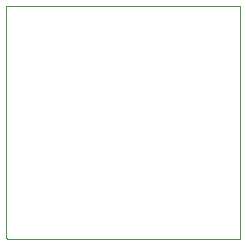
<source format=gbr>
%FSLAX23Y23*%
%MOMM*%
G04 EasyPC Gerber Version 16.0.6 Build 3249 *
%ADD10C,0.10000*%
X0Y0D02*
D02*
D10*
X27933Y21748D02*
Y2075D01*
X8348*
X8200Y2163*
Y21748*
X27933*
X0Y0D02*
M02*

</source>
